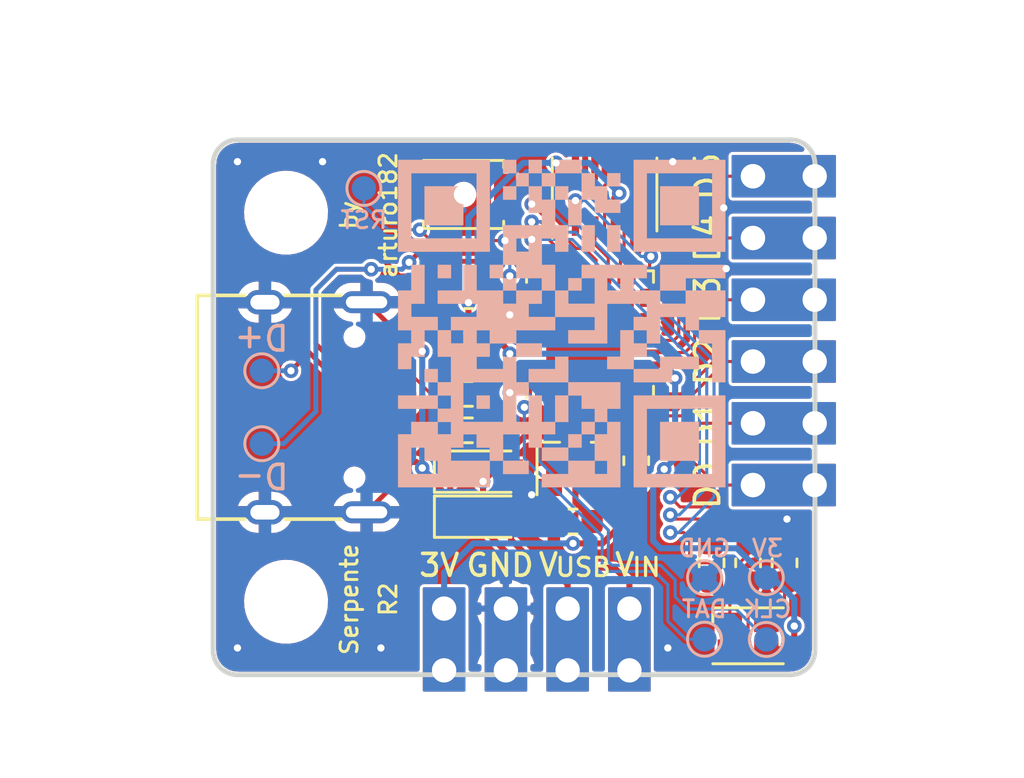
<source format=kicad_pcb>
(kicad_pcb (version 20190905) (host pcbnew "(5.99.0-222-g337244d42)")
  (layers (0 "F.Cu" signal) (31 "B.Cu" signal) (34 "B.Paste" user) (35 "F.Paste" user) (36 "B.SilkS" user) (37 "F.SilkS" user) (38 "B.Mask" user) (39 "F.Mask" user) (44 "Edge.Cuts" user))
  (net 0 "")
  (net 1 "+5V")
  (net 2 "GND")
  (net 3 "+3V3")
  (net 4 "Net-(C4-Pad1)")
  (net 5 "VBUS")
  (net 6 "Net-(D3-Pad2)")
  (net 7 "Net-(D3-Pad1)")
  (net 8 "/USB_D+")
  (net 9 "Net-(J1-PadA5)")
  (net 10 "Net-(J1-PadB8)")
  (net 11 "/USB_D-")
  (net 12 "Net-(J1-PadB5)")
  (net 13 "Net-(J1-PadA8)")
  (net 14 "VIN")
  (net 15 "/GPIO5")
  (net 16 "/GPIO4")
  (net 17 "/GPIO3")
  (net 18 "/GPIO2")
  (net 19 "/GPIO1")
  (net 20 "/GPIO0")
  (net 21 "/LED_R")
  (net 22 "/LED_G")
  (net 23 "/LED_B")
  (net 24 "Net-(R6-Pad1)")
  (net 25 "Net-(TP2-Pad1)")
  (net 26 "/FLASH_SCK")
  (net 27 "/FLASH_MOSI")
  (net 28 "/FLASH_MISO")
  (net 29 "/FLASH_CS")
  (net 30 "Net-(U3-Pad27)")
  (net 31 "Net-(U3-Pad25)")
  (net 32 "Net-(U3-Pad15)")
  (net 33 "Net-(U3-Pad14)")
  (net 34 "Net-(U3-Pad13)")
  (net 35 "Net-(U3-Pad4)")
  (net 36 "Net-(U3-Pad3)")
  (net 37 "Net-(U3-Pad2)")
  (net 38 "Net-(U3-Pad1)")
  (net 39 "Net-(D3-Pad4)")
  (net 40 "/~RESET~")
  (module "Button_Switch_SMD:SW_SPST_B3U-1000P-B" (layer "F.Cu") (at 127.3 47.25)
    (fp_text reference "SW1" hide)
    (fp_text value "SW_RESET")
    (pad "" np_thru_hole circle (at 0 0) (size 0.8 0.8) (drill 0.8) (layers *.Cu *.Mask))
    (pad "2" smd rect (at 1.7 0) (size 0.9 1.7) (layers "F.Cu" "F.Paste" "F.Mask") (net 40 "/~RESET~"))
    (pad "1" smd rect (at -1.7 0) (size 0.9 1.7) (layers "F.Cu" "F.Paste" "F.Mask") (net 2 "GND"))
  )
  (module "Connector_USB_Extra:USB_C_Receptacle_GT-USB-7010" (layer "F.Cu") (at 121 56 -90)
    (fp_text reference "J1" hide)
    (fp_text value "USB_C_Receptacle_USB2.0")
    (pad "A12" smd rect (at 3.35 -3.15 270) (size 0.3 1.75) (layers "F.Cu" "F.Paste" "F.Mask") (net 2 "GND"))
    (pad "B1" smd rect (at 3.05 -3.15 270) (size 0.3 1.75) (layers "F.Cu" "F.Paste" "F.Mask") (net 2 "GND"))
    (pad "B4" smd rect (at 2.25 -3.15 270) (size 0.3 1.75) (layers "F.Cu" "F.Paste" "F.Mask") (net 5 "VBUS"))
    (pad "A9" smd rect (at 2.55 -3.15 270) (size 0.3 1.75) (layers "F.Cu" "F.Paste" "F.Mask") (net 5 "VBUS"))
    (pad "B9" smd rect (at -2.25 -3.15 270) (size 0.3 1.75) (layers "F.Cu" "F.Paste" "F.Mask") (net 5 "VBUS"))
    (pad "A4" smd rect (at -2.55 -3.15 270) (size 0.3 1.75) (layers "F.Cu" "F.Paste" "F.Mask") (net 5 "VBUS"))
    (pad "B12" smd rect (at -3.05 -3.15 270) (size 0.3 1.75) (layers "F.Cu" "F.Paste" "F.Mask") (net 2 "GND"))
    (pad "A1" smd rect (at -3.35 -3.15 270) (size 0.3 1.75) (layers "F.Cu" "F.Paste" "F.Mask") (net 2 "GND"))
    (pad "A6" smd rect (at -0.25 -3.15 270) (size 0.3 1.75) (layers "F.Cu" "F.Paste" "F.Mask") (net 8 "/USB_D+"))
    (pad "A5" smd rect (at -1.25 -3.15 270) (size 0.3 1.75) (layers "F.Cu" "F.Paste" "F.Mask") (net 9 "Net-(J1-PadA5)"))
    (pad "B8" smd rect (at -1.75 -3.15 270) (size 0.3 1.75) (layers "F.Cu" "F.Paste" "F.Mask") (net 10 "Net-(J1-PadB8)"))
    (pad "B7" smd rect (at -0.75 -3.15 270) (size 0.3 1.75) (layers "F.Cu" "F.Paste" "F.Mask") (net 11 "/USB_D-"))
    (pad "B5" smd rect (at 1.75 -3.15 270) (size 0.3 1.75) (layers "F.Cu" "F.Paste" "F.Mask") (net 12 "Net-(J1-PadB5)"))
    (pad "A8" smd rect (at 1.25 -3.15 270) (size 0.3 1.75) (layers "F.Cu" "F.Paste" "F.Mask") (net 13 "Net-(J1-PadA8)"))
    (pad "B6" smd rect (at 0.75 -3.15 270) (size 0.3 1.75) (layers "F.Cu" "F.Paste" "F.Mask") (net 8 "/USB_D+"))
    (pad "A7" smd rect (at 0.25 -3.15 270) (size 0.3 1.75) (layers "F.Cu" "F.Paste" "F.Mask") (net 11 "/USB_D-"))
    (pad "" np_thru_hole circle (at 2.89 -1.81 270) (size 0.65 0.65) (drill 0.65) (layers *.Cu *.Mask))
    (pad "" np_thru_hole circle (at -2.89 -1.81 270) (size 0.65 0.65) (drill 0.65) (layers *.Cu *.Mask))
    (pad "S1" thru_hole oval (at 4.32 -2.31 270) (size 0.9 2.1) (drill oval 0.5 1.7) (layers *.Cu *.Paste *.Mask) (net 2 "GND"))
    (pad "S1" thru_hole oval (at -4.32 -2.31 270) (size 0.9 2.1) (drill oval 0.5 1.7) (layers *.Cu *.Paste *.Mask) (net 2 "GND"))
    (pad "S1" thru_hole oval (at 4.32 1.87 270) (size 1 1.6) (drill oval 0.6 1.2) (layers *.Cu *.Paste *.Mask) (net 2 "GND"))
    (pad "S1" thru_hole oval (at -4.32 1.87 270) (size 1 1.6) (drill oval 0.6 1.2) (layers *.Cu *.Paste *.Mask) (net 2 "GND"))
  )
  (module "MountingHole:MountingHole_3.2mm_M3" (layer "F.Cu") (at 120 64)
    (fp_text reference "REF**" hide)
    (fp_text value "MountingHole_3.2mm_M3")
    (pad "1" np_thru_hole circle (at 0 0) (size 3.2 3.2) (drill 3.2) (layers *.Cu *.Mask))
  )
  (module "Connector_PinHeader_2.54mm_Extra:PinHeader_1x04_P2.54mm_Vertical_Castellated" (layer "F.Cu") (at 134.1191 64.2808 -90)
    (fp_text reference "J2" hide)
    (fp_text value "Conn_Power")
    (fp_poly (pts (xy -0.8255 -0.8255) (xy 3.3655 -0.8255) (xy 3.3655 0.8255) (xy -0.8255 0.8255)) (layer "F.Cu") (width 0.1))
    (fp_poly (pts (xy -0.8255 -0.8255) (xy 3.3655 -0.8255) (xy 3.3655 0.8255) (xy -0.8255 0.8255)) (layer "B.Cu") (width 0.1))
    (fp_poly (pts (xy -0.8255 1.7145) (xy 3.3655 1.7145) (xy 3.3655 3.3655) (xy -0.8255 3.3655)) (layer "F.Cu") (width 0.1))
    (fp_poly (pts (xy -0.8255 1.7145) (xy 3.3655 1.7145) (xy 3.3655 3.3655) (xy -0.8255 3.3655)) (layer "B.Cu") (width 0.1))
    (fp_poly (pts (xy -0.8255 4.2545) (xy 3.3655 4.2545) (xy 3.3655 5.9055) (xy -0.8255 5.9055)) (layer "F.Cu") (width 0.1))
    (fp_poly (pts (xy -0.8255 4.2545) (xy 3.3655 4.2545) (xy 3.3655 5.9055) (xy -0.8255 5.9055)) (layer "B.Cu") (width 0.1))
    (fp_poly (pts (xy -0.8255 6.7945) (xy 3.3655 6.7945) (xy 3.3655 8.4455) (xy -0.8255 8.4455)) (layer "F.Cu") (width 0.1))
    (fp_poly (pts (xy -0.8255 6.7945) (xy 3.3655 6.7945) (xy 3.3655 8.4455) (xy -0.8255 8.4455)) (layer "B.Cu") (width 0.1))
    (pad "4" thru_hole oval (at 2.54 7.62 270) (size 1.7 1.7) (drill 1) (layers *.Cu *.Mask) (net 3 "+3V3"))
    (pad "3" thru_hole oval (at 2.54 5.08 270) (size 1.7 1.7) (drill 1) (layers *.Cu *.Mask) (net 2 "GND"))
    (pad "2" thru_hole oval (at 2.54 2.54) (size 1.7 1.7) (drill 1) (layers *.Cu *.Mask) (net 5 "VBUS"))
    (pad "1" thru_hole circle (at 2.54 0) (size 1.7 1.7) (drill 1) (layers *.Cu *.Mask) (net 14 "VIN"))
    (pad "4" thru_hole oval (at 0 7.62 270) (size 1.7 1.7) (drill 1) (layers *.Cu *.Mask) (net 3 "+3V3"))
    (pad "3" thru_hole oval (at 0 5.08 270) (size 1.7 1.7) (drill 1) (layers *.Cu *.Mask) (net 2 "GND"))
    (pad "2" thru_hole oval (at 0 2.54 270) (size 1.7 1.7) (drill 1) (layers *.Cu *.Mask) (net 5 "VBUS"))
    (pad "1" thru_hole circle (at 0 0 270) (size 1.7 1.7) (drill 1) (layers *.Cu *.Mask) (net 14 "VIN"))
  )
  (module "Connector_PinHeader_2.54mm_Extra:PinHeader_1x06_P2.54mm_Vertical_Castellated" (layer "F.Cu") (at 139.2 46.5)
    (fp_text reference "J3" hide)
    (fp_text value "Conn_GPIO")
    (fp_poly (pts (xy -0.8255 11.8745) (xy 3.3655 11.8745) (xy 3.3655 13.5255) (xy -0.8255 13.5255)) (layer "F.Cu") (width 0.1))
    (fp_poly (pts (xy -0.8255 11.8745) (xy 3.3655 11.8745) (xy 3.3655 13.5255) (xy -0.8255 13.5255)) (layer "B.Cu") (width 0.1))
    (fp_poly (pts (xy -0.8255 9.3345) (xy 3.3655 9.3345) (xy 3.3655 10.9855) (xy -0.8255 10.9855)) (layer "B.Cu") (width 0.1))
    (fp_poly (pts (xy -0.8255 9.3345) (xy 3.3655 9.3345) (xy 3.3655 10.9855) (xy -0.8255 10.9855)) (layer "F.Cu") (width 0.1))
    (fp_poly (pts (xy -0.8255 6.7945) (xy 3.3655 6.7945) (xy 3.3655 8.4455) (xy -0.8255 8.4455)) (layer "F.Cu") (width 0.1))
    (fp_poly (pts (xy -0.8255 6.7945) (xy 3.3655 6.7945) (xy 3.3655 8.4455) (xy -0.8255 8.4455)) (layer "B.Cu") (width 0.1))
    (fp_poly (pts (xy -0.8255 4.2545) (xy 3.3655 4.2545) (xy 3.3655 5.9055) (xy -0.8255 5.9055)) (layer "B.Cu") (width 0.1))
    (fp_poly (pts (xy -0.8255 4.2545) (xy 3.3655 4.2545) (xy 3.3655 5.9055) (xy -0.8255 5.9055)) (layer "F.Cu") (width 0.1))
    (fp_poly (pts (xy -0.8255 1.7145) (xy 3.3655 1.7145) (xy 3.3655 3.3655) (xy -0.8255 3.3655)) (layer "F.Cu") (width 0.1))
    (fp_poly (pts (xy -0.8255 1.7145) (xy 3.3655 1.7145) (xy 3.3655 3.3655) (xy -0.8255 3.3655)) (layer "B.Cu") (width 0.1))
    (fp_poly (pts (xy -0.8255 -0.8255) (xy 3.3655 -0.8255) (xy 3.3655 0.8255) (xy -0.8255 0.8255)) (layer "B.Cu") (width 0.1))
    (fp_poly (pts (xy -0.8255 -0.8255) (xy 3.3655 -0.8255) (xy 3.3655 0.8255) (xy -0.8255 0.8255)) (layer "F.Cu") (width 0.1))
    (pad "6" thru_hole oval (at 2.54 12.7) (size 1.7 1.7) (drill 1) (layers *.Cu *.Mask) (net 20 "/GPIO0"))
    (pad "6" thru_hole oval (at 0 12.7 270) (size 1.7 1.7) (drill 1) (layers *.Cu *.Mask) (net 20 "/GPIO0"))
    (pad "5" thru_hole oval (at 0 10.16 90) (size 1.7 1.7) (drill 1) (layers *.Cu *.Mask) (net 19 "/GPIO1"))
    (pad "5" thru_hole oval (at 2.54 10.16 90) (size 1.7 1.7) (drill 1) (layers *.Cu *.Mask) (net 19 "/GPIO1"))
    (pad "4" thru_hole oval (at 2.54 7.62 90) (size 1.7 1.7) (drill 1) (layers *.Cu *.Mask) (net 18 "/GPIO2"))
    (pad "4" thru_hole oval (at 0 7.62 90) (size 1.7 1.7) (drill 1) (layers *.Cu *.Mask) (net 18 "/GPIO2"))
    (pad "3" thru_hole oval (at 2.54 5.08 90) (size 1.7 1.7) (drill 1) (layers *.Cu *.Mask) (net 17 "/GPIO3"))
    (pad "3" thru_hole oval (at 0 5.08 90) (size 1.7 1.7) (drill 1) (layers *.Cu *.Mask) (net 17 "/GPIO3"))
    (pad "2" thru_hole oval (at 0 2.54 90) (size 1.7 1.7) (drill 1) (layers *.Cu *.Mask) (net 16 "/GPIO4"))
    (pad "2" thru_hole oval (at 2.54 2.54 90) (size 1.7 1.7) (drill 1) (layers *.Cu *.Mask) (net 16 "/GPIO4"))
    (pad "1" thru_hole circle (at 0 0 90) (size 1.7 1.7) (drill 1) (layers *.Cu *.Mask) (net 15 "/GPIO5"))
    (pad "1" thru_hole oval (at 2.54 0 90) (size 1.7 1.7) (drill 1) (layers *.Cu *.Mask) (net 15 "/GPIO5"))
    (pad "6" thru_hole oval (at 0 12.7) (size 1.7 1.7) (drill 1) (layers *.Cu *.Mask) (net 20 "/GPIO0"))
    (pad "5" thru_hole oval (at 0 10.16) (size 1.7 1.7) (drill 1) (layers *.Cu *.Mask) (net 19 "/GPIO1"))
    (pad "4" thru_hole oval (at 0 7.62) (size 1.7 1.7) (drill 1) (layers *.Cu *.Mask) (net 18 "/GPIO2"))
    (pad "3" thru_hole oval (at 0 5.08) (size 1.7 1.7) (drill 1) (layers *.Cu *.Mask) (net 17 "/GPIO3"))
    (pad "2" thru_hole oval (at 0 2.54) (size 1.7 1.7) (drill 1) (layers *.Cu *.Mask) (net 16 "/GPIO4"))
    (pad "1" thru_hole circle (at 0 0) (size 1.7 1.7) (drill 1) (layers *.Cu *.Mask) (net 15 "/GPIO5"))
  )
  (module "Diode_SMD:D_SOD-323_HandSoldering" (layer "F.Cu") (at 128 60.5)
    (fp_text reference "D2" hide)
    (fp_text value "D_Schottky_Small")
    (pad "2" smd rect (at 1.25 0) (size 1 1) (layers "F.Cu" "F.Paste" "F.Mask") (net 14 "VIN"))
    (pad "1" smd rect (at -1.25 0) (size 1 1) (layers "F.Cu" "F.Paste" "F.Mask") (net 1 "+5V"))
  )
  (module "TestPoint:TestPoint_Pad_D1.0mm" (layer "B.Cu") (at 123.2 47)
    (fp_text reference "TP7" hide)
    (fp_text value "TP_RESET")
    (pad "1" smd circle (at 0 0) (size 1 1) (layers "B.Cu" "B.Mask") (net 40 "/~RESET~"))
  )
  (module "serpente:qrcode" (layer "B.Cu") (at 131.318 52.578 180)
    (fp_text reference "G***" hide)
    (fp_text value "LOGO" hide)
  )
  (module "TestPoint:TestPoint_Pad_D1.0mm" (layer "B.Cu") (at 119 54.5)
    (fp_text reference "TP6" hide)
    (fp_text value "TP_USB_D+")
    (pad "1" smd circle (at 0 0) (size 1 1) (layers "B.Cu" "B.Mask") (net 8 "/USB_D+"))
  )
  (module "TestPoint:TestPoint_Pad_D1.0mm" (layer "B.Cu") (at 119 57.5)
    (fp_text reference "TP5" hide)
    (fp_text value "TP_USB_D-")
    (pad "1" smd circle (at 0 0) (size 1 1) (layers "B.Cu" "B.Mask") (net 11 "/USB_D-"))
  )
  (module "Diode_SMD:D_SOD-323_HandSoldering" (layer "F.Cu") (at 128 58.65)
    (fp_text reference "D1" hide)
    (fp_text value "D_Schottky_Small")
    (pad "2" smd rect (at 1.25 0) (size 1 1) (layers "F.Cu" "F.Paste" "F.Mask") (net 5 "VBUS"))
    (pad "1" smd rect (at -1.25 0) (size 1 1) (layers "F.Cu" "F.Paste" "F.Mask") (net 1 "+5V"))
  )
  (module "MountingHole:MountingHole_3.2mm_M3" (layer "F.Cu") (at 120 48)
    (fp_text reference "REF**" hide)
    (fp_text value "MountingHole_3.2mm_M3")
    (pad "1" np_thru_hole circle (at 0 0) (size 3.2 3.2) (drill 3.2) (layers *.Cu *.Mask))
  )
  (module "Package_DFN_QFN:QFN-32-1EP_5x5mm_P0.5mm_EP3.6x3.6mm" (layer "F.Cu") (at 132.5 53 90)
    (fp_text reference "U3" hide)
    (fp_text value "ATSAMD21E18A")
    (pad "32" smd roundrect (at -1.75 -2.45 90) (size 0.25 0.8) (layers "F.Cu" "F.Paste" "F.Mask") (net 25 "Net-(TP2-Pad1)"))
    (pad "31" smd roundrect (at -1.25 -2.45 90) (size 0.25 0.8) (layers "F.Cu" "F.Paste" "F.Mask") (net 24 "Net-(R6-Pad1)"))
    (pad "30" smd roundrect (at -0.75 -2.45 90) (size 0.25 0.8) (layers "F.Cu" "F.Paste" "F.Mask") (net 3 "+3V3"))
    (pad "29" smd roundrect (at -0.25 -2.45 90) (size 0.25 0.8) (layers "F.Cu" "F.Paste" "F.Mask") (net 4 "Net-(C4-Pad1)"))
    (pad "28" smd roundrect (at 0.25 -2.45 90) (size 0.25 0.8) (layers "F.Cu" "F.Paste" "F.Mask") (net 2 "GND"))
    (pad "27" smd roundrect (at 0.75 -2.45 90) (size 0.25 0.8) (layers "F.Cu" "F.Paste" "F.Mask") (net 30 "Net-(U3-Pad27)"))
    (pad "26" smd roundrect (at 1.25 -2.45 90) (size 0.25 0.8) (layers "F.Cu" "F.Paste" "F.Mask") (net 40 "/~RESET~"))
    (pad "25" smd roundrect (at 1.75 -2.45 90) (size 0.25 0.8) (layers "F.Cu" "F.Paste" "F.Mask") (net 31 "Net-(U3-Pad25)"))
    (pad "24" smd roundrect (at 2.45 -1.75 90) (size 0.8 0.25) (layers "F.Cu" "F.Paste" "F.Mask") (net 8 "/USB_D+"))
    (pad "23" smd roundrect (at 2.45 -1.25 90) (size 0.8 0.25) (layers "F.Cu" "F.Paste" "F.Mask") (net 11 "/USB_D-"))
    (pad "22" smd roundrect (at 2.45 -0.75 90) (size 0.8 0.25) (layers "F.Cu" "F.Paste" "F.Mask") (net 23 "/LED_B"))
    (pad "21" smd roundrect (at 2.45 -0.25 90) (size 0.8 0.25) (layers "F.Cu" "F.Paste" "F.Mask") (net 21 "/LED_R"))
    (pad "20" smd roundrect (at 2.45 0.25 90) (size 0.8 0.25) (layers "F.Cu" "F.Paste" "F.Mask") (net 22 "/LED_G"))
    (pad "19" smd roundrect (at 2.45 0.75 90) (size 0.8 0.25) (layers "F.Cu" "F.Paste" "F.Mask") (net 28 "/FLASH_MISO"))
    (pad "18" smd roundrect (at 2.45 1.25 90) (size 0.8 0.25) (layers "F.Cu" "F.Paste" "F.Mask") (net 26 "/FLASH_SCK"))
    (pad "17" smd roundrect (at 2.45 1.75 90) (size 0.8 0.25) (layers "F.Cu" "F.Paste" "F.Mask") (net 27 "/FLASH_MOSI"))
    (pad "16" smd roundrect (at 1.75 2.45 90) (size 0.25 0.8) (layers "F.Cu" "F.Paste" "F.Mask") (net 29 "/FLASH_CS"))
    (pad "15" smd roundrect (at 1.25 2.45 90) (size 0.25 0.8) (layers "F.Cu" "F.Paste" "F.Mask") (net 32 "Net-(U3-Pad15)"))
    (pad "14" smd roundrect (at 0.75 2.45 90) (size 0.25 0.8) (layers "F.Cu" "F.Paste" "F.Mask") (net 33 "Net-(U3-Pad14)"))
    (pad "13" smd roundrect (at 0.25 2.45 90) (size 0.25 0.8) (layers "F.Cu" "F.Paste" "F.Mask") (net 34 "Net-(U3-Pad13)"))
    (pad "12" smd roundrect (at -0.25 2.45 90) (size 0.25 0.8) (layers "F.Cu" "F.Paste" "F.Mask") (net 15 "/GPIO5"))
    (pad "11" smd roundrect (at -0.75 2.45 90) (size 0.25 0.8) (layers "F.Cu" "F.Paste" "F.Mask") (net 16 "/GPIO4"))
    (pad "10" smd roundrect (at -1.25 2.45 90) (size 0.25 0.8) (layers "F.Cu" "F.Paste" "F.Mask") (net 2 "GND"))
    (pad "9" smd roundrect (at -1.75 2.45 90) (size 0.25 0.8) (layers "F.Cu" "F.Paste" "F.Mask") (net 3 "+3V3"))
    (pad "8" smd roundrect (at -2.45 1.75 90) (size 0.8 0.25) (layers "F.Cu" "F.Paste" "F.Mask") (net 17 "/GPIO3"))
    (pad "7" smd roundrect (at -2.45 1.25 90) (size 0.8 0.25) (layers "F.Cu" "F.Paste" "F.Mask") (net 18 "/GPIO2"))
    (pad "6" smd roundrect (at -2.45 0.75 90) (size 0.8 0.25) (layers "F.Cu" "F.Paste" "F.Mask") (net 19 "/GPIO1"))
    (pad "5" smd roundrect (at -2.45 0.25 90) (size 0.8 0.25) (layers "F.Cu" "F.Paste" "F.Mask") (net 20 "/GPIO0"))
    (pad "4" smd roundrect (at -2.45 -0.25 90) (size 0.8 0.25) (layers "F.Cu" "F.Paste" "F.Mask") (net 35 "Net-(U3-Pad4)"))
    (pad "3" smd roundrect (at -2.45 -0.75 90) (size 0.8 0.25) (layers "F.Cu" "F.Paste" "F.Mask") (net 36 "Net-(U3-Pad3)"))
    (pad "2" smd roundrect (at -2.45 -1.25 90) (size 0.8 0.25) (layers "F.Cu" "F.Paste" "F.Mask") (net 37 "Net-(U3-Pad2)"))
    (pad "1" smd roundrect (at -2.45 -1.75 90) (size 0.8 0.25) (layers "F.Cu" "F.Paste" "F.Mask") (net 38 "Net-(U3-Pad1)"))
    (pad "33" smd roundrect (at 0 0 90) (size 3.6 3.6) (layers "F.Cu" "F.Mask") (roundrect_rratio 0.06944400000000001))
  )
  (module "Package_TO_SOT_SMD:SOT-23" (layer "F.Cu") (at 131.9 58.2 90)
    (fp_text reference "U2" hide)
    (fp_text value "MCP1700-3302E_SOT23")
    (pad "3" smd rect (at 1 0 90) (size 0.9 0.8) (layers "F.Cu" "F.Paste" "F.Mask") (net 1 "+5V"))
    (pad "2" smd rect (at -1 0.95 90) (size 0.9 0.8) (layers "F.Cu" "F.Paste" "F.Mask") (net 3 "+3V3"))
    (pad "1" smd rect (at -1 -0.95 90) (size 0.9 0.8) (layers "F.Cu" "F.Paste" "F.Mask") (net 2 "GND"))
  )
  (module "Package_SON_Extra:USON-8_3x4mm_P0.8mm" (layer "F.Cu") (at 133.1 47.25 90)
    (fp_text reference "U1" hide)
    (fp_text value "GD25Q32CNIGR")
    (pad "8" smd rect (at 1.3 -1.2) (size 0.3 0.8) (layers "F.Cu" "F.Paste" "F.Mask") (net 3 "+3V3"))
    (pad "6" smd rect (at 1.3 0.4) (size 0.3 0.8) (layers "F.Cu" "F.Paste" "F.Mask") (net 26 "/FLASH_SCK"))
    (pad "5" smd rect (at 1.3 1.2) (size 0.3 0.8) (layers "F.Cu" "F.Paste" "F.Mask") (net 27 "/FLASH_MOSI"))
    (pad "7" smd rect (at 1.3 -0.4) (size 0.3 0.8) (layers "F.Cu" "F.Paste" "F.Mask") (net 3 "+3V3"))
    (pad "4" smd rect (at -1.3 1.2) (size 0.3 0.8) (layers "F.Cu" "F.Paste" "F.Mask") (net 2 "GND"))
    (pad "3" smd rect (at -1.3 0.4) (size 0.3 0.8) (layers "F.Cu" "F.Paste" "F.Mask") (net 3 "+3V3"))
    (pad "2" smd rect (at -1.3 -0.4) (size 0.3 0.8) (layers "F.Cu" "F.Paste" "F.Mask") (net 28 "/FLASH_MISO"))
    (pad "1" smd rect (at -1.3 -1.2) (size 0.3 0.8) (layers "F.Cu" "F.Paste" "F.Mask") (net 29 "/FLASH_CS"))
  )
  (module "TestPoint:TestPoint_Pad_D1.0mm" (layer "B.Cu") (at 137.21 63.01 180)
    (fp_text reference "TP4" hide)
    (fp_text value "TP_GND")
    (pad "1" smd circle (at 0 0 180) (size 1 1) (layers "B.Cu" "B.Mask") (net 2 "GND"))
  )
  (module "TestPoint:TestPoint_Pad_D1.0mm" (layer "B.Cu") (at 139.75 63.01 180)
    (fp_text reference "TP3" hide)
    (fp_text value "TP_VDD")
    (pad "1" smd circle (at 0 0 180) (size 1 1) (layers "B.Cu" "B.Mask") (net 3 "+3V3"))
  )
  (module "TestPoint:TestPoint_Pad_D1.0mm" (layer "B.Cu") (at 137.21 65.54 180)
    (fp_text reference "TP2" hide)
    (fp_text value "TP_SWDIO")
    (pad "1" smd circle (at 0 0 180) (size 1 1) (layers "B.Cu" "B.Mask") (net 25 "Net-(TP2-Pad1)"))
  )
  (module "TestPoint:TestPoint_Pad_D1.0mm" (layer "B.Cu") (at 139.75 65.55 180)
    (fp_text reference "TP1" hide)
    (fp_text value "TP_SWCLK")
    (pad "1" smd circle (at 0 0 180) (size 1 1) (layers "B.Cu" "B.Mask") (net 24 "Net-(R6-Pad1)"))
  )
  (module "Resistor_SMD:R_0603_1608Metric" (layer "F.Cu") (at 127.5 53.95 180)
    (fp_text reference "R6" hide)
    (fp_text value "1K")
    (pad "2" smd roundrect (at 0.7875 0 180) (size 0.875 0.95) (layers "F.Cu" "F.Paste" "F.Mask") (net 3 "+3V3"))
    (pad "1" smd roundrect (at -0.7875 0 180) (size 0.875 0.95) (layers "F.Cu" "F.Paste" "F.Mask") (net 24 "Net-(R6-Pad1)"))
  )
  (module "Resistor_SMD:R_0603_1608Metric" (layer "F.Cu") (at 127.5 56.95 180)
    (fp_text reference "R5" hide)
    (fp_text value "5.1K")
    (pad "2" smd roundrect (at 0.7875 0 180) (size 0.875 0.95) (layers "F.Cu" "F.Paste" "F.Mask") (net 12 "Net-(J1-PadB5)"))
    (pad "1" smd roundrect (at -0.7875 0 180) (size 0.875 0.95) (layers "F.Cu" "F.Paste" "F.Mask") (net 2 "GND"))
  )
  (module "Resistor_SMD:R_0603_1608Metric" (layer "F.Cu") (at 127.5 55.45 180)
    (fp_text reference "R4" hide)
    (fp_text value "5.1K")
    (pad "2" smd roundrect (at 0.7875 0 180) (size 0.875 0.95) (layers "F.Cu" "F.Paste" "F.Mask") (net 9 "Net-(J1-PadA5)"))
    (pad "1" smd roundrect (at -0.7875 0 180) (size 0.875 0.95) (layers "F.Cu" "F.Paste" "F.Mask") (net 2 "GND"))
  )
  (module "Resistor_SMD:R_0603_1608Metric" (layer "F.Cu") (at 140.5 62.4 90)
    (fp_text reference "R3" hide)
    (fp_text value "150R")
    (pad "2" smd roundrect (at 0.7875 0 90) (size 0.875 0.95) (layers "F.Cu" "F.Paste" "F.Mask") (net 23 "/LED_B"))
    (pad "1" smd roundrect (at -0.7875 0 90) (size 0.875 0.95) (layers "F.Cu" "F.Paste" "F.Mask") (net 6 "Net-(D3-Pad2)"))
  )
  (module "Resistor_SMD:R_0603_1608Metric" (layer "F.Cu") (at 139 62.4 90)
    (fp_text reference "R2" hide)
    (fp_text value "150R")
    (pad "2" smd roundrect (at 0.7875 0 90) (size 0.875 0.95) (layers "F.Cu" "F.Paste" "F.Mask") (net 22 "/LED_G"))
    (pad "1" smd roundrect (at -0.7875 0 90) (size 0.875 0.95) (layers "F.Cu" "F.Paste" "F.Mask") (net 39 "Net-(D3-Pad4)"))
  )
  (module "Resistor_SMD:R_0603_1608Metric" (layer "F.Cu") (at 137.5 62.4 90)
    (fp_text reference "R1" hide)
    (fp_text value "360R")
    (pad "2" smd roundrect (at 0.7875 0 90) (size 0.875 0.95) (layers "F.Cu" "F.Paste" "F.Mask") (net 21 "/LED_R"))
    (pad "1" smd roundrect (at -0.7875 0 90) (size 0.875 0.95) (layers "F.Cu" "F.Paste" "F.Mask") (net 7 "Net-(D3-Pad1)"))
  )
  (module "LED_SMD:LED_Cree-PLCC4_2x2mm_CW" (layer "F.Cu") (at 139 65.4)
    (fp_text reference "D3" hide)
    (fp_text value "LED_RBAG")
    (pad "4" smd rect (at -0.75 0.55) (size 1 0.8) (layers "F.Cu" "F.Paste" "F.Mask") (net 39 "Net-(D3-Pad4)"))
    (pad "3" smd rect (at 0.75 0.55) (size 1 0.8) (layers "F.Cu" "F.Paste" "F.Mask") (net 3 "+3V3"))
    (pad "2" smd rect (at 0.75 -0.55) (size 1 0.8) (layers "F.Cu" "F.Paste" "F.Mask") (net 6 "Net-(D3-Pad2)"))
    (pad "1" smd rect (at -0.75 -0.55) (size 1 0.8) (layers "F.Cu" "F.Paste" "F.Mask") (net 7 "Net-(D3-Pad1)"))
  )
  (module "Capacitor_SMD:C_0603_1608Metric" (layer "F.Cu") (at 127.5 52.45 180)
    (fp_text reference "C4" hide)
    (fp_text value "1uF")
    (pad "2" smd roundrect (at 0.7875 0 180) (size 0.875 0.95) (layers "F.Cu" "F.Paste" "F.Mask") (net 2 "GND"))
    (pad "1" smd roundrect (at -0.7875 0 180) (size 0.875 0.95) (layers "F.Cu" "F.Paste" "F.Mask") (net 4 "Net-(C4-Pad1)"))
  )
  (module "Capacitor_SMD:C_0603_1608Metric" (layer "F.Cu") (at 134.4 58.2 90)
    (fp_text reference "C3" hide)
    (fp_text value "10uF")
    (pad "2" smd roundrect (at 0.7875 0 90) (size 0.875 0.95) (layers "F.Cu" "F.Paste" "F.Mask") (net 2 "GND"))
    (pad "1" smd roundrect (at -0.7875 0 90) (size 0.875 0.95) (layers "F.Cu" "F.Paste" "F.Mask") (net 3 "+3V3"))
  )
  (module "Capacitor_SMD:C_0603_1608Metric" (layer "F.Cu") (at 127.5 50.95 180)
    (fp_text reference "C2" hide)
    (fp_text value "0.1uF")
    (pad "2" smd roundrect (at 0.7875 0 180) (size 0.875 0.95) (layers "F.Cu" "F.Paste" "F.Mask") (net 2 "GND"))
    (pad "1" smd roundrect (at -0.7875 0 180) (size 0.875 0.95) (layers "F.Cu" "F.Paste" "F.Mask") (net 3 "+3V3"))
  )
  (module "Capacitor_SMD:C_0603_1608Metric" (layer "F.Cu") (at 131.8 60.7)
    (fp_text reference "C1" hide)
    (fp_text value "1uF")
    (pad "2" smd roundrect (at 0.7875 0) (size 0.875 0.95) (layers "F.Cu" "F.Paste" "F.Mask") (net 1 "+5V"))
    (pad "1" smd roundrect (at -0.7875 0) (size 0.875 0.95) (layers "F.Cu" "F.Paste" "F.Mask") (net 2 "GND"))
  )
  (gr_text "-" (at 118.5 58.9 180) (layer "B.SilkS") (effects (font (size 1 1))))
  (gr_text "D" (at 119.6 53.1 180) (layer "B.SilkS") (effects (font (size 1 1))))
  (gr_text "R2" (at 124.2 63.9 90) (layer "F.SilkS") (effects (font (size 0.7 0.7) (thickness 0.12))))
  (gr_text "Serpente" (at 122.6 63.9 90) (layer "F.SilkS") (effects (font (size 0.7 0.7) (thickness 0.12))))
  (gr_text "IN" (at 134.8191 62.5808) (layer "F.SilkS") (effects (font (size 0.75 0.75) (thickness 0.13))))
  (gr_text "USB" (at 132.2191 62.5808) (layer "F.SilkS") (effects (font (size 0.75 0.75) (thickness 0.13))))
  (gr_text "RST" (at 123.2 48.3) (layer "B.SilkS") (effects (font (size 0.7 0.7) (thickness 0.12)) (justify mirror)))
  (gr_text "3V" (at 126.3 62.5) (layer "F.SilkS") (effects (font (size 0.9 0.9))))
  (gr_text "V" (at 133.9295 62.4808) (layer "F.SilkS") (effects (font (size 0.9 0.9))))
  (gr_text "GND" (at 128.8 62.5) (layer "F.SilkS") (effects (font (size 0.9 0.9))))
  (gr_text "V" (at 130.7895 62.4808) (layer "F.SilkS") (effects (font (size 0.9 0.9))))
  (gr_text "GND" (at 137.2 61.8) (layer "B.SilkS") (effects (font (size 0.7 0.7) (thickness 0.12)) (justify mirror)))
  (gr_text "DAT" (at 137.2 64.3) (layer "B.SilkS") (effects (font (size 0.7 0.7) (thickness 0.12)) (justify mirror)))
  (gr_text "CLK" (at 139.8 64.3) (layer "B.SilkS") (effects (font (size 0.7 0.7) (thickness 0.12)) (justify mirror)))
  (gr_text "3V" (at 139.8 61.8) (layer "B.SilkS") (effects (font (size 0.7 0.7) (thickness 0.12)) (justify mirror)))
  (gr_text "D" (at 119.6 58.8 180) (layer "B.SilkS") (effects (font (size 1 1))))
  (gr_text "+" (at 118.5 53.2 180) (layer "B.SilkS") (effects (font (size 1 1))))
  (gr_text "arturo182" (at 124.2 48.1 90) (layer "F.SilkS") (effects (font (size 0.7 0.7) (thickness 0.12))))
  (gr_text "by" (at 122.6 48.1 90) (layer "F.SilkS") (effects (font (size 0.7 0.7) (thickness 0.12))))
  (gr_text "D0" (at 137.3346 59.2074 90) (layer "F.SilkS") (effects (font (size 1 1))))
  (gr_text "D1" (at 137.3346 56.6674 90) (layer "F.SilkS") (effects (font (size 1 1))))
  (gr_text "D2" (at 137.3346 54.1274 90) (layer "F.SilkS") (effects (font (size 1 1))))
  (gr_text "D3" (at 137.3346 51.5874 90) (layer "F.SilkS") (effects (font (size 1 1))))
  (gr_text "D4" (at 137.3346 49.0474 90) (layer "F.SilkS") (effects (font (size 1 1))))
  (gr_text "D5" (at 137.3346 46.5074 90) (layer "F.SilkS") (effects (font (size 1 1))))
  (gr_arc (start 140.75 66) (end 140.75 67) (angle -90) (layer "Edge.Cuts") (width 0.2))
  (gr_arc (start 140.75 46) (end 141.75 46) (angle -90) (layer "Edge.Cuts") (width 0.2))
  (gr_arc (start 118 46) (end 118 45) (angle -90) (layer "Edge.Cuts") (width 0.2))
  (gr_arc (start 118 66) (end 117 66) (angle -90) (layer "Edge.Cuts") (width 0.2))
  (gr_line (start 140.75 67) (end 118 67) (layer "Edge.Cuts") (width 0.2))
  (gr_line (start 141.75 46) (end 141.75 66) (layer "Edge.Cuts") (width 0.2))
  (gr_line (start 118 45) (end 140.75 45) (layer "Edge.Cuts") (width 0.2))
  (gr_line (start 117 46) (end 117 66) (layer "Edge.Cuts") (width 0.2))
  (segment (start 140.5 63.1875) (end 140.5 64.2) (width 0.127) (layer "F.Cu") (net 6))
  (segment (start 140.5 64.2) (end 139.85 64.85) (width 0.127) (layer "F.Cu") (net 6))
  (segment (start 139 63.1875) (end 139 65.7) (width 0.127) (layer "F.Cu") (net 39))
  (segment (start 135.972997 60.6) (end 137.1 60.6) (width 0.127) (layer "F.Cu") (net 21))
  (segment (start 135.8 60.427003) (end 135.972997 60.6) (width 0.127) (layer "F.Cu") (net 21))
  (segment (start 137.1 60.6) (end 137.5 61) (width 0.127) (layer "F.Cu") (net 21))
  (segment (start 137.5 61) (end 137.5 61.6125) (width 0.127) (layer "F.Cu") (net 21))
  (segment (start 139.5875 60.7) (end 138.3 60.7) (width 0.127) (layer "F.Cu") (net 23))
  (segment (start 140.5 61.6125) (end 139.5875 60.7) (width 0.127) (layer "F.Cu") (net 23))
  (segment (start 138.3 60.7) (end 137.7 60.1) (width 0.127) (layer "F.Cu") (net 23))
  (segment (start 137.7 60.1) (end 136.2 60.1) (width 0.127) (layer "F.Cu") (net 23))
  (segment (start 136.2 60.1) (end 135.8 59.7) (width 0.127) (layer "F.Cu") (net 23))
  (segment (start 136.6 61.4) (end 136.354006 61.154006) (width 0.127) (layer "F.Cu") (net 22))
  (segment (start 136.6 62.2) (end 136.6 61.4) (width 0.127) (layer "F.Cu") (net 22))
  (segment (start 136.8 62.4) (end 136.6 62.2) (width 0.127) (layer "F.Cu") (net 22))
  (segment (start 139 61.6125) (end 139 62.05) (width 0.127) (layer "F.Cu") (net 22))
  (segment (start 138.65 62.4) (end 136.8 62.4) (width 0.127) (layer "F.Cu") (net 22))
  (segment (start 139 62.05) (end 138.65 62.4) (width 0.127) (layer "F.Cu") (net 22))
  (segment (start 136.354006 61.154006) (end 135.8 61.154006) (width 0.127) (layer "F.Cu") (net 22))
  (segment (start 131.75 50.55) (end 131.75 50.05) (width 0.127) (layer "F.Cu") (net 23))
  (segment (start 124.2 48.7) (end 123.2 47.7) (width 0.127) (layer "B.Cu") (net 40))
  (segment (start 125.5 48.7) (end 124.2 48.7) (width 0.127) (layer "B.Cu") (net 40))
  (segment (start 123.2 47.7) (end 123.2 47) (width 0.127) (layer "B.Cu") (net 40))
  (segment (start 125.945989 49.145989) (end 125.5 48.7) (width 0.127) (layer "F.Cu") (net 40))
  (segment (start 129 49.145989) (end 125.945989 49.145989) (width 0.127) (layer "F.Cu") (net 40))
  (via (at 125.5 48.7) (size 0.6) (drill 0.3) (layers "F.Cu" "B.Cu") (net 40))
  (segment (start 129 49.145989) (end 129 47.25) (width 0.127) (layer "F.Cu") (net 40))
  (segment (start 129.2 49.345989) (end 129 49.145989) (width 0.127) (layer "B.Cu") (net 40))
  (segment (start 129.2 50.6) (end 129.2 49.345989) (width 0.127) (layer "B.Cu") (net 40))
  (via (at 129 49.145989) (size 0.6) (drill 0.3) (layers "F.Cu" "B.Cu") (net 40))
  (segment (start 129.55 51.75) (end 129.2 51.4) (width 0.127) (layer "F.Cu") (net 40))
  (segment (start 130.05 51.75) (end 129.55 51.75) (width 0.127) (layer "F.Cu") (net 40))
  (segment (start 129.2 51.4) (end 129.2 50.6) (width 0.127) (layer "F.Cu") (net 40))
  (via (at 129.2 50.6) (size 0.6) (drill 0.3) (layers "F.Cu" "B.Cu") (net 40))
  (segment (start 139 65.7) (end 138.75 65.95) (width 0.127) (layer "F.Cu") (net 39))
  (segment (start 134.6 49.8) (end 132.3 47.5) (width 0.127) (layer "B.Cu") (net 29))
  (segment (start 135 49.8) (end 134.6 49.8) (width 0.127) (layer "B.Cu") (net 29))
  (segment (start 132.3 47.5) (end 131.9 47.5) (width 0.127) (layer "B.Cu") (net 29))
  (segment (start 131.9 47.5) (end 131.9 48.55) (width 0.127) (layer "F.Cu") (net 29))
  (via (at 131.9 47.5) (size 0.6) (drill 0.3) (layers "F.Cu" "B.Cu") (net 29))
  (segment (start 134.95 49.85) (end 135 49.8) (width 0.127) (layer "F.Cu") (net 29))
  (segment (start 134.95 51.25) (end 134.95 49.85) (width 0.127) (layer "F.Cu") (net 29))
  (via (at 135 49.8) (size 0.6) (drill 0.3) (layers "F.Cu" "B.Cu") (net 29))
  (segment (start 133.25 49.85) (end 132.7 49.3) (width 0.127) (layer "F.Cu") (net 28))
  (segment (start 133.25 50.55) (end 133.25 49.85) (width 0.127) (layer "F.Cu") (net 28))
  (segment (start 132.7 49.3) (end 132.7 48.55) (width 0.127) (layer "F.Cu") (net 28))
  (segment (start 134.25 49.821451) (end 133.9 49.471451) (width 0.127) (layer "F.Cu") (net 27))
  (segment (start 134.25 50.55) (end 134.25 49.821451) (width 0.127) (layer "F.Cu") (net 27))
  (segment (start 133.9 49.471451) (end 133.9 48) (width 0.127) (layer "F.Cu") (net 27))
  (segment (start 133.9 48) (end 134.3 47.6) (width 0.127) (layer "F.Cu") (net 27))
  (segment (start 134.3 47.6) (end 134.3 45.95) (width 0.127) (layer "F.Cu") (net 27))
  (segment (start 133.75 49.85) (end 133.1 49.2) (width 0.127) (layer "F.Cu") (net 26))
  (segment (start 133.75 50.55) (end 133.75 49.85) (width 0.127) (layer "F.Cu") (net 26))
  (segment (start 133.1 49.2) (end 133.1 46.877) (width 0.127) (layer "F.Cu") (net 26))
  (segment (start 133.1 46.877) (end 133.5 46.477) (width 0.127) (layer "F.Cu") (net 26))
  (segment (start 133.5 46.477) (end 133.5 45.95) (width 0.127) (layer "F.Cu") (net 26))
  (segment (start 135.15401 62.75401) (end 135.7 63.3) (width 0.127) (layer "B.Cu") (net 25))
  (segment (start 133.25401 62.75401) (end 135.15401 62.75401) (width 0.127) (layer "B.Cu") (net 25))
  (segment (start 133 62.5) (end 133.25401 62.75401) (width 0.127) (layer "B.Cu") (net 25))
  (segment (start 133 61.3) (end 133 62.5) (width 0.127) (layer "B.Cu") (net 25))
  (segment (start 129.8 56) (end 129.8 58.1) (width 0.127) (layer "B.Cu") (net 25))
  (segment (start 129.8 58.1) (end 133 61.3) (width 0.127) (layer "B.Cu") (net 25))
  (segment (start 135.7 63.3) (end 135.7 64.8) (width 0.127) (layer "B.Cu") (net 25))
  (segment (start 135.7 64.8) (end 136.44 65.54) (width 0.127) (layer "B.Cu") (net 25))
  (segment (start 136.44 65.54) (end 137.21 65.54) (width 0.127) (layer "B.Cu") (net 25))
  (segment (start 130.05 55.75) (end 129.8 56) (width 0.127) (layer "F.Cu") (net 25))
  (segment (start 130.05 54.75) (end 130.05 55.75) (width 0.127) (layer "F.Cu") (net 25))
  (via (at 129.8 56) (size 0.6) (drill 0.3) (layers "F.Cu" "B.Cu") (net 25))
  (segment (start 130.4 58.2) (end 130.4 55.874058) (width 0.127) (layer "B.Cu") (net 24))
  (segment (start 130.4 55.874058) (end 129.925942 55.4) (width 0.127) (layer "B.Cu") (net 24))
  (segment (start 133.25401 61.05401) (end 130.4 58.2) (width 0.127) (layer "B.Cu") (net 24))
  (segment (start 133.25401 62.35401) (end 133.25401 61.05401) (width 0.127) (layer "B.Cu") (net 24))
  (segment (start 136.5 64.3) (end 136 63.8) (width 0.127) (layer "B.Cu") (net 24))
  (segment (start 136.5 64.3) (end 138.5 64.3) (width 0.127) (layer "B.Cu") (net 24))
  (segment (start 136 63.1) (end 135.4 62.5) (width 0.127) (layer "B.Cu") (net 24))
  (segment (start 129.925942 55.4) (end 129.2 55.4) (width 0.127) (layer "B.Cu") (net 24))
  (segment (start 136 63.8) (end 136 63.1) (width 0.127) (layer "B.Cu") (net 24))
  (segment (start 135.4 62.5) (end 133.4 62.5) (width 0.127) (layer "B.Cu") (net 24))
  (segment (start 133.4 62.5) (end 133.25401 62.35401) (width 0.127) (layer "B.Cu") (net 24))
  (segment (start 139.75 65.55) (end 138.5 64.3) (width 0.127) (layer "B.Cu") (net 24))
  (segment (start 128.2875 53.95) (end 128.8375 54.5) (width 0.127) (layer "F.Cu") (net 24))
  (segment (start 128.8375 54.5) (end 129.2 54.5) (width 0.127) (layer "F.Cu") (net 24))
  (segment (start 129.2 54.5) (end 129.2 55.5) (width 0.127) (layer "F.Cu") (net 24))
  (via (at 129.2 55.4) (size 0.6) (drill 0.3) (layers "F.Cu" "B.Cu") (net 24))
  (segment (start 129.45 54.25) (end 129.2 54.5) (width 0.127) (layer "F.Cu") (net 24))
  (segment (start 130.05 54.25) (end 129.45 54.25) (width 0.127) (layer "F.Cu") (net 24))
  (segment (start 131.2 48.8) (end 130.772997 48.372997) (width 0.127) (layer "B.Cu") (net 21))
  (segment (start 130.772997 48.372997) (end 130.1 48.372997) (width 0.127) (layer "B.Cu") (net 21))
  (segment (start 131.9 48.8) (end 131.2 48.8) (width 0.127) (layer "B.Cu") (net 21))
  (segment (start 137.3 54.2) (end 131.9 48.8) (width 0.127) (layer "B.Cu") (net 21))
  (segment (start 137.3 59.3) (end 137.3 54.2) (width 0.127) (layer "B.Cu") (net 21))
  (segment (start 135.8 60.427003) (end 136.172997 60.427003) (width 0.127) (layer "B.Cu") (net 21))
  (segment (start 136.172997 60.427003) (end 137.3 59.3) (width 0.127) (layer "B.Cu") (net 21))
  (segment (start 130.472997 48.372997) (end 130.1 48.372997) (width 0.127) (layer "F.Cu") (net 21))
  (segment (start 131.85 49.75) (end 130.472997 48.372997) (width 0.127) (layer "F.Cu") (net 21))
  (segment (start 132.05 49.75) (end 131.85 49.75) (width 0.127) (layer "F.Cu") (net 21))
  (segment (start 132.25 50.55) (end 132.25 49.95) (width 0.127) (layer "F.Cu") (net 21))
  (segment (start 132.25 49.95) (end 132.05 49.75) (width 0.127) (layer "F.Cu") (net 21))
  (via (at 135.8 60.427003) (size 0.6) (drill 0.3) (layers "F.Cu" "B.Cu") (net 21))
  (via (at 130.1 48.372997) (size 0.6) (drill 0.3) (layers "F.Cu" "B.Cu") (net 21))
  (segment (start 136.1 59.7) (end 137 58.8) (width 0.127) (layer "B.Cu") (net 23))
  (segment (start 135.8 59.7) (end 136.1 59.7) (width 0.127) (layer "B.Cu") (net 23))
  (segment (start 137 58.8) (end 137 54.329612) (width 0.127) (layer "B.Cu") (net 23))
  (segment (start 137 54.329612) (end 131.770388 49.1) (width 0.127) (layer "B.Cu") (net 23))
  (segment (start 131.770388 49.1) (end 130.1 49.1) (width 0.127) (layer "B.Cu") (net 23))
  (segment (start 131.75 50.05) (end 130.8 49.1) (width 0.127) (layer "F.Cu") (net 23))
  (segment (start 130.8 49.1) (end 130.1 49.1) (width 0.127) (layer "F.Cu") (net 23))
  (via (at 130.1 49.1) (size 0.6) (drill 0.3) (layers "F.Cu" "B.Cu") (net 23))
  (via (at 135.8 59.7) (size 0.6) (drill 0.3) (layers "F.Cu" "B.Cu") (net 23))
  (segment (start 131.5 48.5) (end 130.645994 47.645994) (width 0.127) (layer "B.Cu") (net 22))
  (segment (start 132 48.5) (end 131.5 48.5) (width 0.127) (layer "B.Cu") (net 22))
  (segment (start 130.645994 47.645994) (end 130.1 47.645994) (width 0.127) (layer "B.Cu") (net 22))
  (segment (start 137.6 54.1) (end 132 48.5) (width 0.127) (layer "B.Cu") (net 22))
  (segment (start 137.6 59.7) (end 137.6 54.1) (width 0.127) (layer "B.Cu") (net 22))
  (segment (start 135.8 61.154006) (end 136.145994 61.154006) (width 0.127) (layer "B.Cu") (net 22))
  (segment (start 136.145994 61.154006) (end 137.6 59.7) (width 0.127) (layer "B.Cu") (net 22))
  (via (at 135.8 61.154006) (size 0.6) (drill 0.3) (layers "F.Cu" "B.Cu") (net 22))
  (segment (start 132.75 49.95) (end 132.270388 49.470388) (width 0.127) (layer "F.Cu") (net 22))
  (segment (start 132.75 50.55) (end 132.75 49.95) (width 0.127) (layer "F.Cu") (net 22))
  (segment (start 132.270388 49.470388) (end 131.929612 49.470388) (width 0.127) (layer "F.Cu") (net 22))
  (segment (start 131.929612 49.470388) (end 130.105218 47.645994) (width 0.127) (layer "F.Cu") (net 22))
  (segment (start 130.105218 47.645994) (end 130.1 47.645994) (width 0.127) (layer "F.Cu") (net 22))
  (via (at 130.1 47.645994) (size 0.6) (drill 0.3) (layers "F.Cu" "B.Cu") (net 22))
  (segment (start 132.75 55.45) (end 132.75 56.016284) (width 0.127) (layer "F.Cu") (net 20))
  (segment (start 132.75 56.016284) (end 133.366858 56.633142) (width 0.127) (layer "F.Cu") (net 20))
  (segment (start 133.366858 56.633142) (end 135.133142 56.633142) (width 0.127) (layer "F.Cu") (net 20))
  (segment (start 135.133142 56.633142) (end 137.7 59.2) (width 0.127) (layer "F.Cu") (net 20))
  (segment (start 137.7 59.2) (end 141.75949 59.2) (width 0.127) (layer "F.Cu") (net 20))
  (segment (start 141.75949 56.66) (end 136.66 56.66) (width 0.127) (layer "F.Cu") (net 19))
  (segment (start 136.66 56.66) (end 136.35401 56.35401) (width 0.127) (layer "F.Cu") (net 19))
  (segment (start 136.35401 56.35401) (end 133.65401 56.35401) (width 0.127) (layer "F.Cu") (net 19))
  (segment (start 133.65401 56.35401) (end 133.25 55.95) (width 0.127) (layer "F.Cu") (net 19))
  (segment (start 133.25 55.95) (end 133.25 55.45) (width 0.127) (layer "F.Cu") (net 19))
  (segment (start 133.9 56.1) (end 136.1 56.1) (width 0.127) (layer "F.Cu") (net 18))
  (segment (start 141.75949 54.12) (end 138.08 54.12) (width 0.127) (layer "F.Cu") (net 18))
  (segment (start 138.08 54.12) (end 136.1 56.1) (width 0.127) (layer "F.Cu") (net 18))
  (segment (start 133.75 55.95) (end 133.9 56.1) (width 0.127) (layer "F.Cu") (net 18))
  (segment (start 133.75 55.45) (end 133.75 55.95) (width 0.127) (layer "F.Cu") (net 18))
  (segment (start 139.2 51.58) (end 137.997919 51.58) (width 0.127) (layer "F.Cu") (net 17))
  (segment (start 137.997919 51.58) (end 137.7 51.877919) (width 0.127) (layer "F.Cu") (net 17))
  (segment (start 137.7 51.877919) (end 137.7 54) (width 0.127) (layer "F.Cu") (net 17))
  (segment (start 137.7 54) (end 136.25 55.45) (width 0.127) (layer "F.Cu") (net 17))
  (segment (start 136.25 55.45) (end 134.25 55.45) (width 0.127) (layer "F.Cu") (net 17))
  (segment (start 139.5 51.58) (end 141.75949 51.58) (width 0.127) (layer "F.Cu") (net 17))
  (segment (start 141.75949 49.04) (end 137.56 49.04) (width 0.127) (layer "F.Cu") (net 16))
  (segment (start 137.56 49.04) (end 136.8 49.8) (width 0.127) (layer "F.Cu") (net 16))
  (segment (start 136.8 49.8) (end 136.8 53.353812) (width 0.127) (layer "F.Cu") (net 16))
  (segment (start 136.8 53.353812) (end 136.403812 53.75) (width 0.127) (layer "F.Cu") (net 16))
  (segment (start 136.403812 53.75) (end 134.95 53.75) (width 0.127) (layer "F.Cu") (net 16))
  (segment (start 135.95 53.25) (end 136.15 53.05) (width 0.127) (layer "F.Cu") (net 15))
  (segment (start 134.95 53.25) (end 135.95 53.25) (width 0.127) (layer "F.Cu") (net 15))
  (segment (start 136.15 53.05) (end 136.15 48.45) (width 0.127) (layer "F.Cu") (net 15))
  (segment (start 136.15 48.45) (end 138.1 46.5) (width 0.127) (layer "F.Cu") (net 15))
  (segment (start 138.1 46.5) (end 138.15 46.5) (width 0.127) (layer "F.Cu") (net 15))
  (segment (start 138.15 46.5) (end 141.75949 46.5) (width 0.127) (layer "F.Cu") (net 15))
  (segment (start 134.1191 63.2191) (end 133.5 62.6) (width 0.25) (layer "F.Cu") (net 14))
  (segment (start 134.1191 64.2808) (end 134.1191 63.2191) (width 0.25) (layer "F.Cu") (net 14))
  (segment (start 133.5 62.6) (end 130.4 62.6) (width 0.25) (layer "F.Cu") (net 14))
  (segment (start 130.4 62.6) (end 129.25 61.45) (width 0.25) (layer "F.Cu") (net 14))
  (segment (start 129.25 61.45) (end 129.25 60.5) (width 0.25) (layer "F.Cu") (net 14))
  (segment (start 134.1191 64.2808) (end 134.1191 66.64799) (width 0.25) (layer "F.Cu") (net 14))
  (segment (start 125.15 57.75) (end 125.95 56.95) (width 0.127) (layer "F.Cu") (net 12))
  (segment (start 124.15 57.75) (end 125.15 57.75) (width 0.127) (layer "F.Cu") (net 12))
  (segment (start 125.95 56.95) (end 126.7125 56.95) (width 0.127) (layer "F.Cu") (net 12))
  (segment (start 130.872989 49.672989) (end 131.25 50.05) (width 0.2) (layer "F.Cu") (net 11))
  (segment (start 125.0591 50.040902) (end 125.427013 49.672989) (width 0.2) (layer "F.Cu") (net 11))
  (segment (start 125.427013 49.672989) (end 130.872989 49.672989) (width 0.2) (layer "F.Cu") (net 11))
  (segment (start 131.25 50.05) (end 131.25 50.55) (width 0.2) (layer "F.Cu") (net 11))
  (segment (start 119.9 57.5) (end 121.225 56.175) (width 0.2) (layer "B.Cu") (net 11))
  (segment (start 119 57.5) (end 119.9 57.5) (width 0.2) (layer "B.Cu") (net 11))
  (segment (start 121.225 56.175) (end 121.225 51.175) (width 0.2) (layer "B.Cu") (net 11))
  (segment (start 121.225 51.175) (end 122.075 50.325) (width 0.2) (layer "B.Cu") (net 11))
  (segment (start 122.075 50.325) (end 123.500006 50.325) (width 0.2) (layer "B.Cu") (net 11))
  (segment (start 125.059098 50.040902) (end 124.775 50.325) (width 0.2) (layer "B.Cu") (net 11))
  (segment (start 125.0591 50.040902) (end 125.059098 50.040902) (width 0.2) (layer "B.Cu") (net 11))
  (segment (start 124.775 50.325) (end 123.500006 50.325) (width 0.2) (layer "B.Cu") (net 11))
  (segment (start 124.15 55.25) (end 123.075 55.25) (width 0.2) (layer "F.Cu") (net 11))
  (segment (start 123.075 55.25) (end 121.225 53.4) (width 0.2) (layer "F.Cu") (net 11))
  (segment (start 121.225 53.4) (end 121.225 51.175) (width 0.2) (layer "F.Cu") (net 11))
  (segment (start 121.225 51.175) (end 122.075 50.325) (width 0.2) (layer "F.Cu") (net 11))
  (segment (start 122.075 50.325) (end 123.500006 50.325) (width 0.2) (layer "F.Cu") (net 11))
  (via (at 123.500006 50.325) (size 0.6) (drill 0.3) (layers "F.Cu" "B.Cu") (net 11))
  (via (at 125.0591 50.040902) (size 0.6) (drill 0.3) (layers "F.Cu" "B.Cu") (net 11))
  (segment (start 125.083602 55.25) (end 125.252001 55.418399) (width 0.2) (layer "F.Cu") (net 11))
  (segment (start 124.15 55.25) (end 125.083602 55.25) (width 0.2) (layer "F.Cu") (net 11))
  (segment (start 125.252001 55.418399) (end 125.252001 56.052001) (width 0.2) (layer "F.Cu") (net 11))
  (segment (start 125.252001 56.052001) (end 125.054002 56.25) (width 0.2) (layer "F.Cu") (net 11))
  (segment (start 125.054002 56.25) (end 124.15 56.25) (width 0.2) (layer "F.Cu") (net 11))
  (segment (start 125.25 54.75) (end 125.95 55.45) (width 0.127) (layer "F.Cu") (net 9))
  (segment (start 124.15 54.75) (end 125.25 54.75) (width 0.127) (layer "F.Cu") (net 9))
  (segment (start 125.95 55.45) (end 126.7125 55.45) (width 0.127) (layer "F.Cu") (net 9))
  (segment (start 124.654964 50.6) (end 123.852962 49.797998) (width 0.2) (layer "F.Cu") (net 8))
  (segment (start 130.6 50) (end 125.95 50) (width 0.2) (layer "F.Cu") (net 8))
  (segment (start 120.775 51.025) (end 120.775 53.575) (width 0.2) (layer "F.Cu") (net 8))
  (segment (start 125.35 50.6) (end 124.654964 50.6) (width 0.2) (layer "F.Cu") (net 8))
  (segment (start 125.95 50) (end 125.35 50.6) (width 0.2) (layer "F.Cu") (net 8))
  (segment (start 130.75 50.15) (end 130.6 50) (width 0.2) (layer "F.Cu") (net 8))
  (segment (start 122.002002 49.797998) (end 120.775 51.025) (width 0.2) (layer "F.Cu") (net 8))
  (segment (start 123.852962 49.797998) (end 122.002002 49.797998) (width 0.2) (layer "F.Cu") (net 8))
  (segment (start 120.2 54.5) (end 120.775 53.925) (width 0.2) (layer "F.Cu") (net 8))
  (segment (start 120.775 53.925) (end 120.775 53.575) (width 0.2) (layer "F.Cu") (net 8))
  (segment (start 119 54.5) (end 120.2 54.5) (width 0.2) (layer "B.Cu") (net 8))
  (via (at 120.2 54.5) (size 0.6) (drill 0.3) (layers "F.Cu" "B.Cu") (net 8))
  (segment (start 123.075 55.75) (end 122.95 55.75) (width 0.2) (layer "F.Cu") (net 8))
  (segment (start 122.95 55.75) (end 120.775 53.575) (width 0.2) (layer "F.Cu") (net 8))
  (segment (start 123.075 55.75) (end 122.9 55.925) (width 0.2) (layer "F.Cu") (net 8))
  (segment (start 124.15 55.75) (end 123.075 55.75) (width 0.2) (layer "F.Cu") (net 8))
  (segment (start 122.9 55.925) (end 122.9 56.575) (width 0.2) (layer "F.Cu") (net 8))
  (segment (start 122.9 56.575) (end 123.075 56.75) (width 0.2) (layer "F.Cu") (net 8))
  (segment (start 123.075 56.75) (end 124.15 56.75) (width 0.2) (layer "F.Cu") (net 8))
  (segment (start 138.25 64.85) (end 138.25 63.9375) (width 0.127) (layer "F.Cu") (net 7))
  (segment (start 138.25 63.9375) (end 137.5 63.1875) (width 0.127) (layer "F.Cu") (net 7))
  (segment (start 126.2 59.1) (end 128.05 59.1) (width 0.25) (layer "B.Cu") (net 5))
  (segment (start 125.6 58.5) (end 126.2 59.1) (width 0.25) (layer "B.Cu") (net 5))
  (segment (start 128.05 59.1) (end 128.1 59.05) (width 0.25) (layer "B.Cu") (net 5))
  (segment (start 128.1 61) (end 130.1 63) (width 0.25) (layer "F.Cu") (net 5))
  (segment (start 128.1 59.05) (end 128.1 61) (width 0.25) (layer "F.Cu") (net 5))
  (segment (start 130.1 63) (end 131.3 63) (width 0.25) (layer "F.Cu") (net 5))
  (segment (start 131.3 63) (end 131.5791 63.2791) (width 0.25) (layer "F.Cu") (net 5))
  (segment (start 131.5791 63.2791) (end 131.5791 64.2808) (width 0.25) (layer "F.Cu") (net 5))
  (segment (start 131.5791 64.2808) (end 131.5791 66.64799) (width 0.25) (layer "F.Cu") (net 5))
  (via (at 128.1 59.05) (size 0.6) (drill 0.3) (layers "F.Cu" "B.Cu") (net 5))
  (segment (start 129.25 58.65) (end 128.5 58.65) (width 0.25) (layer "F.Cu") (net 5))
  (segment (start 128.5 58.65) (end 128.1 59.05) (width 0.25) (layer "F.Cu") (net 5))
  (segment (start 125.6 58.5) (end 125.6 53.7) (width 0.25) (layer "B.Cu") (net 5))
  (segment (start 125.35 58.25) (end 125.6 58.5) (width 0.25) (layer "F.Cu") (net 5))
  (segment (start 124.15 58.25) (end 125.35 58.25) (width 0.25) (layer "F.Cu") (net 5))
  (via (at 125.6 58.5) (size 0.6) (drill 0.3) (layers "F.Cu" "B.Cu") (net 5))
  (segment (start 125.55 53.75) (end 125.6 53.7) (width 0.25) (layer "F.Cu") (net 5))
  (segment (start 124.15 53.75) (end 125.55 53.75) (width 0.25) (layer "F.Cu") (net 5))
  (via (at 125.6 53.7) (size 0.6) (drill 0.3) (layers "F.Cu" "B.Cu") (net 5))
  (segment (start 124.15 58.55) (end 124.15 58.25) (width 0.25) (layer "F.Cu") (net 5))
  (segment (start 124.15 53.45) (end 124.15 53.75) (width 0.25) (layer "F.Cu") (net 5))
  (segment (start 129.46875 53.25) (end 128.66875 52.45) (width 0.127) (layer "F.Cu") (net 4))
  (segment (start 130.05 53.25) (end 129.46875 53.25) (width 0.127) (layer "F.Cu") (net 4))
  (segment (start 136 54.7) (end 135.1 53.8) (width 0.25) (layer "B.Cu") (net 3))
  (segment (start 136 54.8) (end 136 54.7) (width 0.25) (layer "B.Cu") (net 3))
  (segment (start 135.1 53.8) (end 129.2 53.8) (width 0.25) (layer "B.Cu") (net 3))
  (segment (start 126.4991 62.8009) (end 127.7 61.6) (width 0.25) (layer "B.Cu") (net 3))
  (segment (start 126.4991 64.2808) (end 126.4991 62.8009) (width 0.25) (layer "B.Cu") (net 3))
  (segment (start 127.7 61.6) (end 131.8 61.6) (width 0.25) (layer "B.Cu") (net 3))
  (segment (start 135.1 59) (end 135.1 61.5) (width 0.25) (layer "B.Cu") (net 3))
  (segment (start 135.55 58.55) (end 135.1 59) (width 0.25) (layer "B.Cu") (net 3))
  (segment (start 135.1 61.5) (end 135.4 61.8) (width 0.25) (layer "B.Cu") (net 3))
  (segment (start 135.4 61.8) (end 138.54 61.8) (width 0.25) (layer "B.Cu") (net 3))
  (segment (start 138.54 61.8) (end 139.75 63.01) (width 0.25) (layer "B.Cu") (net 3))
  (segment (start 133.6 59.2) (end 133.8 59.2) (width 0.25) (layer "F.Cu") (net 3))
  (segment (start 133.8 59.2) (end 134.1875 59.2) (width 0.25) (layer "F.Cu") (net 3))
  (segment (start 133.7 59.2) (end 133.6 59.3) (width 0.25) (layer "F.Cu") (net 3))
  (segment (start 132.85 59.2) (end 133.4 59.2) (width 0.25) (layer "F.Cu") (net 3))
  (segment (start 133.4 59.2) (end 133.6 59.2) (width 0.25) (layer "F.Cu") (net 3))
  (segment (start 133.6 61.014129) (end 133.6 59.3) (width 0.25) (layer "F.Cu") (net 3))
  (segment (start 133.6 59.3) (end 133.6 59.2) (width 0.25) (layer "F.Cu") (net 3))
  (segment (start 133.5 59.2) (end 133.6 59.3) (width 0.25) (layer "F.Cu") (net 3))
  (segment (start 133.014129 61.6) (end 133.6 61.014129) (width 0.25) (layer "F.Cu") (net 3))
  (segment (start 131.8 61.6) (end 133.014129 61.6) (width 0.25) (layer "F.Cu") (net 3))
  (via (at 131.8 61.6) (size 0.6) (drill 0.3) (layers "F.Cu" "B.Cu") (net 3))
  (segment (start 140.01 63.01) (end 140.9 63.9) (width 0.25) (layer "B.Cu") (net 3))
  (segment (start 140.9 63.9) (end 140.9 65) (width 0.25) (layer "B.Cu") (net 3))
  (segment (start 140.9 65.5) (end 140.45 65.95) (width 0.25) (layer "F.Cu") (net 3))
  (segment (start 140.9 65) (end 140.9 65.5) (width 0.25) (layer "F.Cu") (net 3))
  (segment (start 140.45 65.95) (end 139.75 65.95) (width 0.25) (layer "F.Cu") (net 3))
  (via (at 140.9 65) (size 0.6) (drill 0.3) (layers "F.Cu" "B.Cu") (net 3))
  (segment (start 135.55 58.55) (end 136 58.1) (width 0.25) (layer "B.Cu") (net 3))
  (segment (start 134.4 58.9875) (end 135.1125 58.9875) (width 0.25) (layer "F.Cu") (net 3))
  (segment (start 135.1125 58.9875) (end 135.55 58.55) (width 0.25) (layer "F.Cu") (net 3))
  (via (at 135.55 58.55) (size 0.6) (drill 0.3) (layers "F.Cu" "B.Cu") (net 3))
  (segment (start 126.4991 64.2808) (end 126.4991 66.64799) (width 0.25) (layer "F.Cu") (net 3))
  (segment (start 136 58.1) (end 136 54.8) (width 0.25) (layer "B.Cu") (net 3))
  (segment (start 127.5 51.7) (end 127.5 53.1) (width 0.25) (layer "F.Cu") (net 3))
  (segment (start 127.5 51.4) (end 127.5 51.7) (width 0.25) (layer "F.Cu") (net 3))
  (segment (start 127.5 48.2) (end 127.5 51.7) (width 0.25) (layer "B.Cu") (net 3))
  (via (at 127.5 51.7) (size 0.6) (drill 0.3) (layers "F.Cu" "B.Cu") (net 3))
  (segment (start 127.5 53.1) (end 127.5 53.4) (width 0.25) (layer "F.Cu") (net 3))
  (segment (start 127.5 53.4) (end 126.95 53.95) (width 0.25) (layer "F.Cu") (net 3))
  (segment (start 129.2 53.8) (end 129.2 53.721742) (width 0.25) (layer "F.Cu") (net 3))
  (segment (start 129.2 53.721742) (end 128.701248 53.22299) (width 0.25) (layer "F.Cu") (net 3))
  (segment (start 128.701248 53.22299) (end 127.62299 53.22299) (width 0.25) (layer "F.Cu") (net 3))
  (segment (start 127.62299 53.22299) (end 127.5 53.1) (width 0.25) (layer "F.Cu") (net 3))
  (segment (start 129.25 53.75) (end 129.2 53.8) (width 0.25) (layer "F.Cu") (net 3))
  (segment (start 130.05 53.75) (end 129.25 53.75) (width 0.25) (layer "F.Cu") (net 3))
  (via (at 129.2 53.8) (size 0.6) (drill 0.3) (layers "F.Cu" "B.Cu") (net 3))
  (segment (start 127.95 50.95) (end 127.5 51.4) (width 0.25) (layer "F.Cu") (net 3))
  (segment (start 129.75 45.95) (end 127.5 48.2) (width 0.25) (layer "B.Cu") (net 3))
  (segment (start 131.1 45.95) (end 129.75 45.95) (width 0.25) (layer "B.Cu") (net 3))
  (segment (start 131.1 45.95) (end 131.1 46.374264) (width 0.25) (layer "F.Cu") (net 3))
  (segment (start 131.1 46.374264) (end 131.425736 46.7) (width 0.25) (layer "F.Cu") (net 3))
  (segment (start 131.425736 46.7) (end 132 46.7) (width 0.25) (layer "F.Cu") (net 3))
  (segment (start 132.7 45.95) (end 132.7 46.6) (width 0.25) (layer "F.Cu") (net 3))
  (segment (start 132.7 46.6) (end 132.6 46.7) (width 0.25) (layer "F.Cu") (net 3))
  (segment (start 132.6 46.7) (end 132 46.7) (width 0.25) (layer "F.Cu") (net 3))
  (segment (start 132 46.7) (end 131.9 46.6) (width 0.25) (layer "F.Cu") (net 3))
  (segment (start 131.9 46.6) (end 131.9 45.95) (width 0.25) (layer "F.Cu") (net 3))
  (segment (start 132.45 45.95) (end 131.1 45.95) (width 0.25) (layer "B.Cu") (net 3))
  (segment (start 133.7 47.2) (end 132.45 45.95) (width 0.25) (layer "B.Cu") (net 3))
  (via (at 131.1 45.95) (size 0.6) (drill 0.3) (layers "F.Cu" "B.Cu") (net 3))
  (segment (start 135.95 54.75) (end 136 54.8) (width 0.25) (layer "F.Cu") (net 3))
  (segment (start 134.95 54.75) (end 135.95 54.75) (width 0.25) (layer "F.Cu") (net 3))
  (via (at 136 54.8) (size 0.6) (drill 0.3) (layers "F.Cu" "B.Cu") (net 3))
  (segment (start 133.5 47.4) (end 133.7 47.2) (width 0.25) (layer "F.Cu") (net 3))
  (segment (start 133.5 48.55) (end 133.5 47.4) (width 0.25) (layer "F.Cu") (net 3))
  (via (at 133.7 47.2) (size 0.6) (drill 0.3) (layers "F.Cu" "B.Cu") (net 3))
  (segment (start 130.4 64.121981) (end 130.4 64.9) (width 0.25) (layer "B.Cu") (net 2))
  (segment (start 129.0391 64.2808) (end 130.241181 64.2808) (width 0.25) (layer "B.Cu") (net 2))
  (segment (start 130.241181 64.2808) (end 130.4 64.121981) (width 0.25) (layer "B.Cu") (net 2))
  (segment (start 127.7 64.143781) (end 127.7 64.9) (width 0.25) (layer "B.Cu") (net 2))
  (segment (start 129.0391 64.2808) (end 127.837019 64.2808) (width 0.25) (layer "B.Cu") (net 2))
  (segment (start 127.837019 64.2808) (end 127.7 64.143781) (width 0.25) (layer "B.Cu") (net 2))
  (segment (start 127.7 64.143781) (end 127.7 64.7) (width 0.25) (layer "F.Cu") (net 2))
  (segment (start 130.3 63.9) (end 130.3 64.8) (width 0.25) (layer "F.Cu") (net 2))
  (segment (start 129.0391 64.2808) (end 130.241181 64.2808) (width 0.25) (layer "F.Cu") (net 2))
  (segment (start 130.241181 64.2808) (end 130.3 64.221981) (width 0.25) (layer "F.Cu") (net 2))
  (segment (start 129.0391 64.2808) (end 127.837019 64.2808) (width 0.25) (layer "F.Cu") (net 2))
  (segment (start 127.837019 64.2808) (end 127.7 64.143781) (width 0.25) (layer "F.Cu") (net 2))
  (segment (start 129.0391 64.2808) (end 129.0391 62.9609) (width 0.25) (layer "B.Cu") (net 2))
  (via (at 135.7 65.9) (size 0.6) (drill 0.3) (layers "F.Cu" "B.Cu") (net 2))
  (segment (start 130.1 59.6) (end 130.55 59.6) (width 0.25) (layer "F.Cu") (net 2))
  (via (at 130.1 59.6) (size 0.6) (drill 0.3) (layers "F.Cu" "B.Cu") (net 2))
  (via (at 140.6 60.6) (size 0.6) (drill 0.3) (layers "F.Cu" "B.Cu") (net 2))
  (via (at 138 47.8) (size 0.6) (drill 0.3) (layers "F.Cu" "B.Cu") (net 2))
  (via (at 138.1 50.3) (size 0.6) (drill 0.3) (layers "F.Cu" "B.Cu") (net 2))
  (segment (start 129.0391 62.8391) (end 129.0391 66.64799) (width 0.25) (layer "F.Cu") (net 2))
  (segment (start 129.55 52.75) (end 129.2 52.4) (width 0.25) (layer "F.Cu") (net 2))
  (segment (start 130.05 52.75) (end 129.55 52.75) (width 0.25) (layer "F.Cu") (net 2))
  (segment (start 129.2 52.4) (end 129.2 52.2) (width 0.25) (layer "F.Cu") (net 2))
  (via (at 129.2 52.2) (size 0.6) (drill 0.3) (layers "F.Cu" "B.Cu") (net 2))
  (segment (start 126.7125 50.95) (end 126.7125 52.45) (width 0.25) (layer "F.Cu") (net 2))
  (via (at 118 45.9) (size 0.6) (drill 0.3) (layers "F.Cu" "B.Cu") (net 2))
  (via (at 118 65.9) (size 0.6) (drill 0.3) (layers "F.Cu" "B.Cu") (net 2))
  (via (at 123.9 65.9) (size 0.6) (drill 0.3) (layers "F.Cu" "B.Cu") (net 2))
  (via (at 135.9 45.9) (size 0.6) (drill 0.3) (layers "F.Cu" "B.Cu") (net 2))
  (via (at 121.5 45.9) (size 0.6) (drill 0.3) (layers "F.Cu" "B.Cu") (net 2))
  (segment (start 124.35 52.75) (end 124.15 52.95) (width 0.25) (layer "F.Cu") (net 2))
  (segment (start 135.45 54.25) (end 135.600001 54.099999) (width 0.25) (layer "F.Cu") (net 2))
  (segment (start 134.95 54.25) (end 135.45 54.25) (width 0.25) (layer "F.Cu") (net 2))
  (segment (start 135.600001 54.099999) (end 136.500011 54.099999) (width 0.25) (layer "F.Cu") (net 2))
  (segment (start 124.15 52.52) (end 123.31 51.68) (width 0.2) (layer "F.Cu") (net 2))
  (segment (start 124.15 52.95) (end 124.15 52.65) (width 0.2) (layer "F.Cu") (net 2))
  (segment (start 124.15 59.48) (end 123.31 60.32) (width 0.2) (layer "F.Cu") (net 2))
  (segment (start 124.15 59.05) (end 124.15 59.35) (width 0.2) (layer "F.Cu") (net 2))
  (segment (start 128.2875 55.45) (end 128.2875 56.95) (width 0.25) (layer "F.Cu") (net 2))
  (segment (start 131.9 57.2) (end 131.9 59.9125) (width 0.25) (layer "F.Cu") (net 1))
  (segment (start 131.9 59.9125) (end 132.5875 60.6) (width 0.25) (layer "F.Cu") (net 1))
  (segment (start 127.45 58.65) (end 128.3 57.8) (width 0.25) (layer "F.Cu") (net 1))
  (segment (start 126.75 58.65) (end 127.45 58.65) (width 0.25) (layer "F.Cu") (net 1))
  (segment (start 128.3 57.8) (end 129.2 57.8) (width 0.25) (layer "F.Cu") (net 1))
  (segment (start 129.2 57.8) (end 129.8 57.2) (width 0.25) (layer "F.Cu") (net 1))
  (segment (start 129.8 57.2) (end 131.9 57.2) (width 0.25) (layer "F.Cu") (net 1))
  (segment (start 126.75 58.65) (end 126.75 60.5) (width 0.25) (layer "F.Cu") (net 1))
  (zone (net 2) (net_name "GND") (layer "B.Cu") (connect_pads (clearance 0.127)) (min_thickness 0.2) (fill yes (thermal_gap 0.35) (thermal_bridge_width 0.508))
    (polygon (pts (xy 116 44) (xy 144 44) (xy 144 68) (xy 116 68)))
  )
  (zone (net 2) (net_name "GND") (layer "F.Cu") (connect_pads (clearance 0.127)) (min_thickness 0.2) (fill yes (thermal_gap 0.35) (thermal_bridge_width 0.508))
    (polygon (pts (xy 116 44) (xy 144 44) (xy 144 68) (xy 116 68)))
  )
)
</source>
